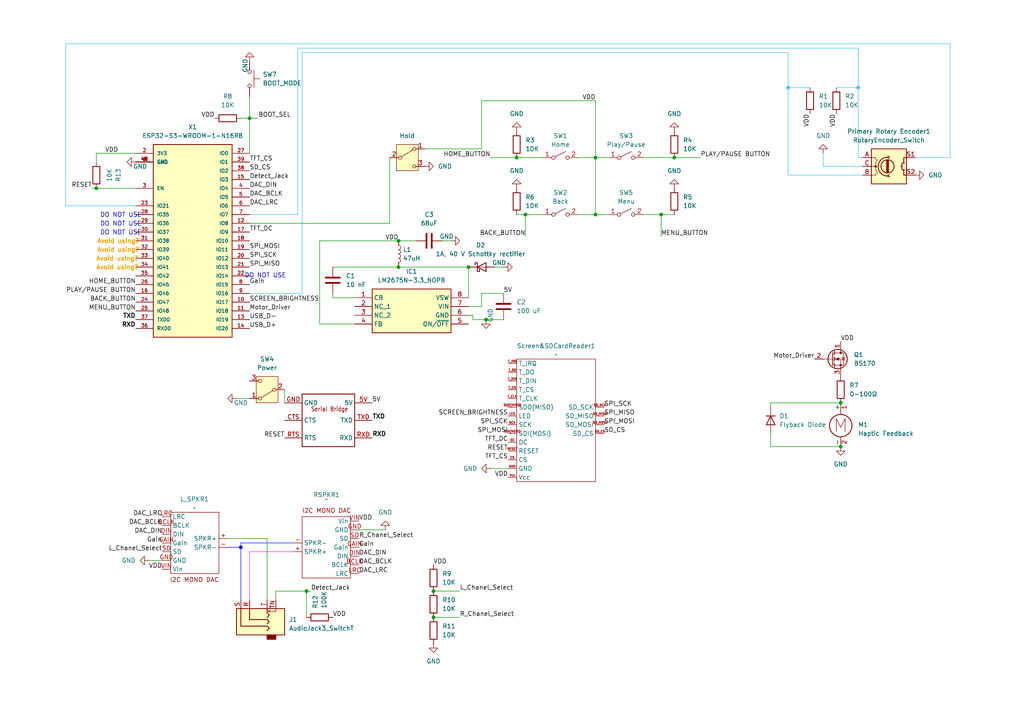
<source format=kicad_sch>
(kicad_sch (version 20231120) (generator "eeschema") (generator_version "8.0")
  (paper "A4")
  (title_block (title "BYU IEEE MP3 Player 2024-2025") (rev "3"))
  (lib_symbols
    (symbol "Connector_Audio:AudioJack3_SwitchT"
      (property "Reference" "J" (at 0 8.89 0))
      (property "Value" "AudioJack3_SwitchT" (at 0 6.35 0))
      (symbol "AudioJack3_SwitchT_0_1"
        (rectangle (start -5.08 -5.08) (end -6.35 -7.62) (stroke (width 0.254)) (fill (type outline)))
        (polyline (pts (xy 1.778 -5.334) (xy 2.032 -5.842)))
        (polyline (pts (xy 0 -5.08) (xy 0.635 -5.715) (xy 1.27 -5.08) (xy 2.54 -5.08)) (stroke (width 0.254)))
        (polyline (pts (xy 2.54 -7.62) (xy 1.778 -7.62) (xy 1.778 -5.334) (xy 1.524 -5.842)))
        (polyline (pts (xy -1.905 -5.08) (xy -1.27 -5.715) (xy -0.635 -5.08) (xy -0.635 0) (xy 2.54 0)) (stroke (width 0.254)))
        (polyline (pts (xy 2.54 2.54) (xy -2.54 2.54) (xy -2.54 -5.08) (xy -3.175 -5.715) (xy -3.81 -5.08)) (stroke (width 0.254)))
        (rectangle (start 2.54 3.81) (end -5.08 -10.16) (stroke (width 0.254)) (fill (type background)))
      )
      (symbol "AudioJack3_SwitchT_1_1"
        (pin passive line (at 5.08 0 180) (length 2.54) (name "~") (number "R"))
        (pin passive line (at 5.08 2.54 180) (length 2.54) (name "~") (number "S"))
        (pin passive line (at 5.08 -5.08 180) (length 2.54) (name "~") (number "T"))
        (pin passive line (at 5.08 -7.62 180) (length 2.54) (name "~") (number "TN"))
      )
    )
    (symbol "Device:C" (pin_numbers hide) (pin_names (offset 0.254))
      (property "Reference" "C" (at 0.635 2.54 0))
      (property "Value" "C" (at 0.635 -2.54 0))
      (symbol "C_0_1"
        (polyline (pts (xy -2.032 -0.762) (xy 2.032 -0.762)) (stroke (width 0.508)))
        (polyline (pts (xy -2.032 0.762) (xy 2.032 0.762)) (stroke (width 0.508)))
      )
      (symbol "C_1_1"
        (pin passive line (at 0 3.81 270) (length 2.794) (name "~") (number "1"))
        (pin passive line (at 0 -3.81 90) (length 2.794) (name "~") (number "2"))
      )
    )
    (symbol "Device:D" (pin_numbers hide) (pin_names (offset 1.016) hide)
      (property "Reference" "D" (at 0 2.54 0))
      (property "Value" "D" (at 0 -2.54 0))
      (symbol "D_0_1"
        (polyline (pts (xy -1.27 1.27) (xy -1.27 -1.27)) (stroke (width 0.254)))
        (polyline (pts (xy 1.27 0) (xy -1.27 0)))
        (polyline (pts (xy 1.27 1.27) (xy 1.27 -1.27) (xy -1.27 0) (xy 1.27 1.27)) (stroke (width 0.254)))
      )
      (symbol "D_1_1"
        (pin passive line (at -3.81 0 0) (length 2.54) (name "K") (number "1"))
        (pin passive line (at 3.81 0 180) (length 2.54) (name "A") (number "2"))
      )
    )
    (symbol "Device:L" (pin_numbers hide) (pin_names (offset 1.016) hide)
      (property "Reference" "L" (at -1.27 0 90))
      (property "Value" "L" (at 1.905 0 90))
      (symbol "L_0_1"
        (arc (start 0 -2.54) (mid 0.6323 -1.905) (end 0 -1.27))
        (arc (start 0 -1.27) (mid 0.6323 -0.635) (end 0 0))
        (arc (start 0 0) (mid 0.6323 0.635) (end 0 1.27))
        (arc (start 0 1.27) (mid 0.6323 1.905) (end 0 2.54))
      )
      (symbol "L_1_1"
        (pin passive line (at 0 3.81 270) (length 1.27) (name "1") (number "1"))
        (pin passive line (at 0 -3.81 90) (length 1.27) (name "2") (number "2"))
      )
    )
    (symbol "Device:R" (pin_numbers hide) (pin_names (offset 0))
      (property "Reference" "R" (at 2.032 0 90))
      (property "Value" "R" (at 0 0 90))
      (symbol "R_0_1"
        (rectangle (start -1.016 -2.54) (end 1.016 2.54) (stroke (width 0.254)))
      )
      (symbol "R_1_1"
        (pin passive line (at 0 3.81 270) (length 1.27) (name "~") (number "1"))
        (pin passive line (at 0 -3.81 90) (length 1.27) (name "~") (number "2"))
      )
    )
    (symbol "Device:RotaryEncoder_Switch" (pin_names (offset 0.254) hide)
      (property "Reference" "SW" (at 0 6.604 0))
      (property "Value" "RotaryEncoder_Switch" (at 0 -6.604 0))
      (symbol "RotaryEncoder_Switch_0_1"
        (rectangle (start -5.08 5.08) (end 5.08 -5.08) (stroke (width 0.254)) (fill (type background)))
        (circle (center -3.81 0) (radius 0.254) (fill (type outline)))
        (circle (center -0.381 0) (radius 1.905) (stroke (width 0.254)))
        (arc (start -0.381 2.667) (mid -3.0988 -0.0635) (end -0.381 -2.794) (stroke (width 0.254)))
        (polyline (pts (xy -0.635 -1.778) (xy -0.635 1.778)) (stroke (width 0.254)))
        (polyline (pts (xy -0.381 -1.778) (xy -0.381 1.778)) (stroke (width 0.254)))
        (polyline (pts (xy -0.127 1.778) (xy -0.127 -1.778)) (stroke (width 0.254)))
        (polyline (pts (xy 3.81 0) (xy 3.429 0)) (stroke (width 0.254)))
        (polyline (pts (xy 3.81 1.016) (xy 3.81 -1.016)) (stroke (width 0.254)))
        (polyline (pts (xy -5.08 -2.54) (xy -3.81 -2.54) (xy -3.81 -2.032)))
        (polyline (pts (xy -5.08 2.54) (xy -3.81 2.54) (xy -3.81 2.032)))
        (polyline (pts (xy 0.254 -3.048) (xy -0.508 -2.794) (xy 0.127 -2.413)) (stroke (width 0.254)))
        (polyline (pts (xy 0.254 2.921) (xy -0.508 2.667) (xy 0.127 2.286)) (stroke (width 0.254)))
        (polyline (pts (xy 5.08 -2.54) (xy 4.318 -2.54) (xy 4.318 -1.016)) (stroke (width 0.254)))
        (polyline (pts (xy 5.08 2.54) (xy 4.318 2.54) (xy 4.318 1.016)) (stroke (width 0.254)))
        (polyline (pts (xy -5.08 0) (xy -3.81 0) (xy -3.81 -1.016) (xy -3.302 -2.032)))
        (polyline (pts (xy -4.318 0) (xy -3.81 0) (xy -3.81 1.016) (xy -3.302 2.032)))
        (circle (center 4.318 -1.016) (radius 0.127) (stroke (width 0.254)))
        (circle (center 4.318 1.016) (radius 0.127) (stroke (width 0.254)))
      )
      (symbol "RotaryEncoder_Switch_1_1"
        (pin passive line (at -7.62 2.54 0) (length 2.54) (name "A") (number "A"))
        (pin passive line (at -7.62 -2.54 0) (length 2.54) (name "B") (number "B"))
        (pin passive line (at -7.62 0 0) (length 2.54) (name "C") (number "C"))
        (pin passive line (at 7.62 2.54 180) (length 2.54) (name "S1") (number "S1"))
        (pin passive line (at 7.62 -2.54 180) (length 2.54) (name "S2") (number "S2"))
      )
    )
    (symbol "Diode:SB120" (pin_numbers hide) (pin_names (offset 1.016) hide)
      (property "Reference" "D" (at 0 2.54 0))
      (property "Value" "SB120" (at 0 -2.54 0))
      (symbol "SB120_0_1"
        (polyline (pts (xy 1.27 0) (xy -1.27 0)))
        (polyline (pts (xy 1.27 1.27) (xy 1.27 -1.27) (xy -1.27 0) (xy 1.27 1.27)) (stroke (width 0.254)))
        (polyline (pts (xy -1.905 0.635) (xy -1.905 1.27) (xy -1.27 1.27) (xy -1.27 -1.27) (xy -0.635 -1.27) (xy -0.635 -0.635)) (stroke (width 0.254)))
      )
      (symbol "SB120_1_1"
        (pin passive line (at -3.81 0 0) (length 2.54) (name "K") (number "1"))
        (pin passive line (at 3.81 0 180) (length 2.54) (name "A") (number "2"))
      )
    )
    (symbol "ESP32-S3-WROOM-1-N16R8:ESP32-S3-WROOM-1-N16R8" (pin_names (offset 1.016))
      (property "Reference" "X" (at -1.27 5.08 0))
      (symbol "ESP32-S3-WROOM-1-N16R8_0_0"
        (rectangle (start 0 -55.88) (end 22.86 0) (stroke (width 0.254)) (fill (type background)))
        (pin bidirectional line (at -5.08 -5.08 0) (length 5.08) (name "GND") (number "1"))
        (pin bidirectional line (at 27.94 -45.72 180) (length 5.08) (name "IO17") (number "10"))
        (pin bidirectional line (at 27.94 -48.26 180) (length 5.08) (name "IO18") (number "11"))
        (pin bidirectional line (at 27.94 -22.86 180) (length 5.08) (name "IO8") (number "12"))
        (pin bidirectional line (at 27.94 -50.8 180) (length 5.08) (name "IO19") (number "13"))
        (pin bidirectional line (at 27.94 -53.34 180) (length 5.08) (name "IO20") (number "14"))
        (pin bidirectional line (at 27.94 -10.16 180) (length 5.08) (name "IO3") (number "15"))
        (pin bidirectional line (at -5.08 -43.18 0) (length 5.08) (name "IO46") (number "16"))
        (pin bidirectional line (at 27.94 -25.4 180) (length 5.08) (name "IO9") (number "17"))
        (pin bidirectional line (at 27.94 -27.94 180) (length 5.08) (name "IO10") (number "18"))
        (pin bidirectional line (at 27.94 -30.48 180) (length 5.08) (name "IO11") (number "19"))
        (pin bidirectional line (at -5.08 -2.54 0) (length 5.08) (name "3V3") (number "2"))
        (pin bidirectional line (at 27.94 -33.02 180) (length 5.08) (name "IO12") (number "20"))
        (pin bidirectional line (at 27.94 -35.56 180) (length 5.08) (name "IO13") (number "21"))
        (pin bidirectional line (at 27.94 -38.1 180) (length 5.08) (name "IO14") (number "22"))
        (pin bidirectional line (at -5.08 -17.78 0) (length 5.08) (name "IO21") (number "23"))
        (pin bidirectional line (at -5.08 -45.72 0) (length 5.08) (name "IO47") (number "24"))
        (pin bidirectional line (at -5.08 -48.26 0) (length 5.08) (name "IO48") (number "25"))
        (pin bidirectional line (at -5.08 -40.64 0) (length 5.08) (name "IO45") (number "26"))
        (pin bidirectional line (at 27.94 -2.54 180) (length 5.08) (name "IO0") (number "27"))
        (pin bidirectional line (at -5.08 -20.32 0) (length 5.08) (name "IO35") (number "28"))
        (pin bidirectional line (at -5.08 -22.86 0) (length 5.08) (name "IO36") (number "29"))
        (pin bidirectional line (at -5.08 -12.7 0) (length 5.08) (name "EN") (number "3"))
        (pin bidirectional line (at -5.08 -25.4 0) (length 5.08) (name "IO37") (number "30"))
        (pin bidirectional line (at -5.08 -27.94 0) (length 5.08) (name "IO38") (number "31"))
        (pin bidirectional line (at -5.08 -30.48 0) (length 5.08) (name "IO39") (number "32"))
        (pin bidirectional line (at -5.08 -33.02 0) (length 5.08) (name "IO40") (number "33"))
        (pin bidirectional line (at -5.08 -35.56 0) (length 5.08) (name "IO41") (number "34"))
        (pin bidirectional line (at -5.08 -38.1 0) (length 5.08) (name "IO42") (number "35"))
        (pin bidirectional line (at -5.08 -53.34 0) (length 5.08) (name "RXD0") (number "36"))
        (pin bidirectional line (at -5.08 -50.8 0) (length 5.08) (name "TXD0") (number "37"))
        (pin bidirectional line (at 27.94 -7.62 180) (length 5.08) (name "IO2") (number "38"))
        (pin bidirectional line (at 27.94 -5.08 180) (length 5.08) (name "IO1") (number "39"))
        (pin bidirectional line (at 27.94 -12.7 180) (length 5.08) (name "IO4") (number "4"))
        (pin bidirectional line (at -5.08 -5.08 0) (length 5.08) (name "GND") (number "40"))
        (pin bidirectional line (at -5.08 -5.08 0) (length 5.08) (name "GND") (number "41"))
        (pin bidirectional line (at -5.08 -5.08 0) (length 5.08) (name "GND") (number "42"))
        (pin bidirectional line (at -5.08 -5.08 0) (length 5.08) (name "GND") (number "43"))
        (pin bidirectional line (at -5.08 -5.08 0) (length 5.08) (name "GND") (number "44"))
        (pin bidirectional line (at -5.08 -5.08 0) (length 5.08) (name "GND") (number "45"))
        (pin bidirectional line (at -5.08 -5.08 0) (length 5.08) (name "GND") (number "46"))
        (pin bidirectional line (at -5.08 -5.08 0) (length 5.08) (name "GND") (number "47"))
        (pin bidirectional line (at -5.08 -5.08 0) (length 5.08) (name "GND") (number "48"))
        (pin bidirectional line (at -5.08 -5.08 0) (length 5.08) (name "GND") (number "49"))
        (pin bidirectional line (at 27.94 -15.24 180) (length 5.08) (name "IO5") (number "5"))
        (pin bidirectional line (at 27.94 -17.78 180) (length 5.08) (name "IO6") (number "6"))
        (pin bidirectional line (at 27.94 -20.32 180) (length 5.08) (name "IO7") (number "7"))
        (pin bidirectional line (at 27.94 -40.64 180) (length 5.08) (name "IO15") (number "8"))
        (pin bidirectional line (at 27.94 -43.18 180) (length 5.08) (name "IO16") (number "9"))
      )
    )
    (symbol "LM2675N-3_3_NOPB:LM2675N-3.3_NOPB"
      (property "Reference" "IC" (at 29.21 7.62 0))
      (property "Value" "LM2675N-3.3_NOPB" (at 29.21 5.08 0))
      (symbol "LM2675N-3.3_NOPB_1_1"
        (rectangle (start 5.08 2.54) (end 27.94 -10.16) (stroke (width 0.254)) (fill (type background)))
        (pin passive line (at 0 0 0) (length 5.08) (name "CB") (number "1"))
        (pin passive line (at 0 -2.54 0) (length 5.08) (name "NC_1") (number "2"))
        (pin passive line (at 0 -5.08 0) (length 5.08) (name "NC_2") (number "3"))
        (pin passive line (at 0 -7.62 0) (length 5.08) (name "FB") (number "4"))
        (pin passive line (at 33.02 -7.62 180) (length 5.08) (name "ON/~{OFF}") (number "5"))
        (pin passive line (at 33.02 -5.08 180) (length 5.08) (name "GND") (number "6"))
        (pin passive line (at 33.02 -2.54 180) (length 5.08) (name "VIN") (number "7"))
        (pin passive line (at 33.02 0 180) (length 5.08) (name "VSW") (number "8"))
      )
    )
    (symbol "MP3_Player_Custom_Parts:2.4'_TFT_SPI_ILI9341_WITH_SD_CARD"
      (property "Reference" "U" (at 10.16 -16.51 90))
      (symbol "2.4'_TFT_SPI_ILI9341_WITH_SD_CARD_0_1"
        (rectangle (start -11.43 -17.78) (end 11.43 17.78))
      )
      (symbol "2.4'_TFT_SPI_ILI9341_WITH_SD_CARD_1_1"
        (pin input line (at -13.97 -11.43 0) (length 2.54) (name "CS") (number "CS"))
        (pin input line (at -13.97 -6.35 0) (length 2.54) (name "DC") (number "DC"))
        (pin power_in line (at -13.97 -13.97 0) (length 2.54) (name "GND") (number "GND"))
        (pin input line (at -13.97 1.27 0) (length 2.54) (name "LED") (number "LED"))
        (pin input line (at -13.97 -8.89 0) (length 2.54) (name "RESET") (number "RESET"))
        (pin input line (at -13.97 -1.27 0) (length 2.54) (name "SCK") (number "SCK"))
        (pin input line (at -13.97 -3.81 0) (length 2.54) (name "SDI(MOSI)") (number "SDI(MOSI)"))
        (pin output line (at -13.97 3.81 0) (length 2.54) (name "SDO(MISO)") (number "SDO(MISO)"))
        (pin input line (at 13.97 -3.81 180) (length 2.54) (name "SD_CS") (number "SD_CS"))
        (pin output line (at 13.97 1.27 180) (length 2.54) (name "SD_MISO") (number "SD_MISO"))
        (pin input line (at 13.97 -1.27 180) (length 2.54) (name "SD_MOSI") (number "SD_MOSI"))
        (pin input line (at 13.97 3.81 180) (length 2.54) (name "SD_SCK") (number "SD_SCK"))
        (pin input line (at -13.97 6.35 0) (length 2.54) (name "T_CLK") (number "T_CLK"))
        (pin input line (at -13.97 8.89 0) (length 2.54) (name "T_CS") (number "T_CS"))
        (pin input line (at -13.97 11.43 0) (length 2.54) (name "T_DIN") (number "T_DIN"))
        (pin output line (at -13.97 13.97 0) (length 2.54) (name "T_DO") (number "T_DO"))
        (pin input line (at -13.97 16.51 0) (length 2.54) (name "T_IRQ") (number "T_IRQ"))
        (pin power_in line (at -13.97 -16.51 0) (length 2.54) (name "Vcc") (number "Vcc"))
      )
    )
    (symbol "MP3_Player_Custom_Parts:Adafruit_MAX98357"
      (property "Reference" "U" (at 0.254 10.16 0))
      (symbol "Adafruit_MAX98357_0_1"
        (rectangle (start -6.35 8.89) (end 7.62 -8.89))
      )
      (symbol "Adafruit_MAX98357_1_1"
        (text "I2C MONO DAC\n" (at 0.508 -10.668 0) (effects (font (size 1.27 1.27))))
        (pin output line (at 10.16 1.27 180) (length 2.54) (name "SPKR+") (number "+"))
        (pin output line (at 10.16 -1.27 180) (length 2.54) (name "SPKR-") (number "-"))
        (pin input line (at -8.89 5.08 0) (length 2.54) (name "BCLK") (number "BCLK"))
        (pin input line (at -8.89 2.54 0) (length 2.54) (name "DIN") (number "DIN"))
        (pin input line (at -8.89 0 0) (length 2.54) (name "Gain") (number "GAIN"))
        (pin power_in line (at -8.89 -5.08 0) (length 2.54) (name "GND") (number "GND"))
        (pin input line (at -8.89 7.62 0) (length 2.54) (name "LRC") (number "LRC"))
        (pin input line (at -8.89 -2.54 0) (length 2.54) (name "SD") (number "SD"))
        (pin power_in line (at -8.89 -7.62 0) (length 2.54) (name "Vin") (number "VIN"))
      )
    )
    (symbol "MP3_Player_Custom_Parts:UART_FTDI"
      (symbol "UART_FTDI_1_0"
        (polyline (pts (xy -7.62 -7.62) (xy 7.62 -7.62)) (stroke (width 0.254)))
        (polyline (pts (xy -7.62 7.62) (xy -7.62 -7.62)) (stroke (width 0.254)))
        (polyline (pts (xy 7.62 -7.62) (xy 7.62 7.62)) (stroke (width 0.254)))
        (polyline (pts (xy 7.62 7.62) (xy -7.62 7.62)) (stroke (width 0.254)))
        (text "Serial Bridge" (at -5.08 2.54 0) (effects (font (size 1.27 1.0795)) (justify left bottom)))
        (pin power_in line (at 12.7 5.08 180) (length 5.08) (name "5V") (number "5V"))
        (pin bidirectional line (at -12.7 0 0) (length 5.08) (name "CTS") (number "CTS"))
        (pin power_in line (at -12.7 5.08 0) (length 5.08) (name "GND") (number "GND"))
        (pin bidirectional line (at -12.7 -5.08 0) (length 5.08) (name "RTS") (number "RTS"))
        (pin bidirectional line (at 12.7 -5.08 180) (length 5.08) (name "RXD") (number "RXD"))
        (pin bidirectional line (at 12.7 0 180) (length 5.08) (name "TXD") (number "TXD"))
      )
    )
    (symbol "Motor:Motor_DC" (pin_names (offset 0))
      (property "Reference" "M" (at 2.54 2.54 0))
      (property "Value" "Motor_DC" (at 2.54 -5.08 0))
      (symbol "Motor_DC_0_0"
        (polyline (pts (xy -1.27 -3.302) (xy -1.27 0.508) (xy 0 -2.032) (xy 1.27 0.508) (xy 1.27 -3.302)))
      )
      (symbol "Motor_DC_0_1"
        (circle (center 0 -1.524) (radius 3.2512) (stroke (width 0.254)))
        (polyline (pts (xy 0 -7.62) (xy 0 -7.112)))
        (polyline (pts (xy 0 -4.7752) (xy 0 -5.1816)))
        (polyline (pts (xy 0 1.7272) (xy 0 2.0828)))
        (polyline (pts (xy 0 2.032) (xy 0 2.54)))
      )
      (symbol "Motor_DC_1_1"
        (pin passive line (at 0 5.08 270) (length 2.54) (name "+") (number "1"))
        (pin passive line (at 0 -7.62 90) (length 2.54) (name "-") (number "2"))
      )
    )
    (symbol "Switch:SW_Push" (pin_numbers hide) (pin_names (offset 1.016) hide)
      (property "Reference" "SW" (at 1.27 2.54 0))
      (property "Value" "SW_Push" (at 0 -1.524 0))
      (symbol "SW_Push_0_1"
        (circle (center -2.032 0) (radius 0.508))
        (polyline (pts (xy 0 1.27) (xy 0 3.048)))
        (polyline (pts (xy 2.54 1.27) (xy -2.54 1.27)))
        (circle (center 2.032 0) (radius 0.508))
        (pin passive line (at -5.08 0 0) (length 2.54) (name "1") (number "1"))
        (pin passive line (at 5.08 0 180) (length 2.54) (name "2") (number "2"))
      )
    )
    (symbol "Switch:SW_SPDT" (pin_names (offset 0) hide)
      (property "Reference" "SW" (at 0 5.08 0))
      (property "Value" "SW_SPDT" (at 0 -5.08 0))
      (symbol "SW_SPDT_0_1"
        (circle (center -2.032 0) (radius 0.4572))
        (polyline (pts (xy -1.651 0.254) (xy 1.651 2.286)))
        (circle (center 2.032 -2.54) (radius 0.4572))
        (circle (center 2.032 2.54) (radius 0.4572))
      )
      (symbol "SW_SPDT_1_1"
        (rectangle (start -3.175 3.81) (end 3.175 -3.81) (fill (type background)))
        (pin passive line (at 5.08 2.54 180) (length 2.54) (name "A") (number "1"))
        (pin passive line (at -5.08 0 0) (length 2.54) (name "B") (number "2"))
        (pin passive line (at 5.08 -2.54 180) (length 2.54) (name "C") (number "3"))
      )
    )
    (symbol "Switch:SW_SPST" (pin_names (offset 0) hide)
      (property "Reference" "SW" (at 0 3.175 0))
      (property "Value" "SW_SPST" (at 0 -2.54 0))
      (symbol "SW_SPST_0_0"
        (circle (center -2.032 0) (radius 0.508))
        (polyline (pts (xy -1.524 0.254) (xy 1.524 1.778)))
        (circle (center 2.032 0) (radius 0.508))
      )
      (symbol "SW_SPST_1_1"
        (pin passive line (at -5.08 0 0) (length 2.54) (name "A") (number "1"))
        (pin passive line (at 5.08 0 180) (length 2.54) (name "B") (number "2"))
      )
    )
    (symbol "Transistor_FET:BS170" (pin_names hide)
      (property "Reference" "Q" (at 5.08 1.905 0))
      (property "Value" "BS170" (at 5.08 0 0))
      (symbol "BS170_0_1"
        (polyline (pts (xy 0.254 0) (xy -2.54 0)))
        (polyline (pts (xy 0.254 1.905) (xy 0.254 -1.905)) (stroke (width 0.254)))
        (polyline (pts (xy 0.762 -1.27) (xy 0.762 -2.286)) (stroke (width 0.254)))
        (polyline (pts (xy 0.762 0.508) (xy 0.762 -0.508)) (stroke (width 0.254)))
        (polyline (pts (xy 0.762 2.286) (xy 0.762 1.27)) (stroke (width 0.254)))
        (polyline (pts (xy 2.54 2.54) (xy 2.54 1.778)))
        (polyline (pts (xy 2.54 -2.54) (xy 2.54 0) (xy 0.762 0)))
        (polyline (pts (xy 0.762 -1.778) (xy 3.302 -1.778) (xy 3.302 1.778) (xy 0.762 1.778)))
        (polyline (pts (xy 1.016 0) (xy 2.032 0.381) (xy 2.032 -0.381) (xy 1.016 0)) (fill (type outline)))
        (polyline (pts (xy 2.794 0.508) (xy 2.921 0.381) (xy 3.683 0.381) (xy 3.81 0.254)))
        (polyline (pts (xy 3.302 0.381) (xy 2.921 -0.254) (xy 3.683 -0.254) (xy 3.302 0.381)))
        (circle (center 1.651 0) (radius 2.794) (stroke (width 0.254)))
        (circle (center 2.54 -1.778) (radius 0.254) (fill (type outline)))
        (circle (center 2.54 1.778) (radius 0.254) (fill (type outline)))
      )
      (symbol "BS170_1_1"
        (pin passive line (at 2.54 5.08 270) (length 2.54) (name "D") (number "1"))
        (pin input line (at -5.08 0 0) (length 2.54) (name "G") (number "2"))
        (pin passive line (at 2.54 -5.08 90) (length 2.54) (name "S") (number "3"))
      )
    )
    (symbol "power:GND" (power) (pin_numbers hide) (pin_names (offset 0) hide)
      (property "Value" "GND" (at 0 -3.81 0))
      (symbol "GND_0_1"
        (polyline (pts (xy 0 0) (xy 0 -1.27) (xy 1.27 -1.27) (xy 0 -2.54) (xy -1.27 -1.27) (xy 0 -1.27)))
      )
      (symbol "GND_1_1"
        (pin power_in line (at 0 0 270) (length 0) (name "~") (number "1"))
      )
    )
  )
  (junction (at 69.85 158.75) (color 1 13 255 1))
  (junction (at 243.84 129.54))
  (junction (at 243.84 116.84))
  (junction (at 125.73 179.07))
  (junction (at 248.92 25.4) (color 57 191 251 1))
  (junction (at 27.94 54.61))
  (junction (at 172.72 62.23))
  (junction (at 72.39 34.29))
  (junction (at 115.57 69.85))
  (junction (at 152.4 62.23))
  (junction (at 191.77 62.23))
  (junction (at 149.86 45.72))
  (junction (at 228.6 25.4) (color 57 191 251 1))
  (junction (at 125.73 171.45))
  (junction (at 140.97 92.71))
  (junction (at 135.89 77.47))
  (junction (at 88.9 171.45))
  (junction (at 195.58 45.72))
  (junction (at 172.72 45.72))
  (junction (at 115.57 77.47))
  (wire (pts (xy 72.39 64.77) (xy 113.03 64.77)))
  (wire (pts (xy 137.16 91.44) (xy 135.89 91.44)))
  (wire (pts (xy 19.05 12.7) (xy 19.05 59.69)) (stroke (width 0) (color 57 191 251 1)))
  (wire (pts (xy 88.9 171.45) (xy 90.17 171.45)))
  (wire (pts (xy 115.57 69.85) (xy 120.65 69.85)))
  (wire (pts (xy 102.87 86.36) (xy 96.52 86.36)))
  (wire (pts (xy 125.73 171.45) (xy 133.35 171.45)))
  (wire (pts (xy 139.7 88.9) (xy 135.89 88.9)))
  (wire (pts (xy 152.4 62.23) (xy 152.4 68.58)))
  (wire (pts (xy 27.94 54.61) (xy 39.37 54.61)))
  (wire (pts (xy 85.09 157.48) (xy 69.85 157.48)) (stroke (width 0) (color 1 13 255 1)))
  (wire (pts (xy 195.58 45.72) (xy 186.69 45.72)))
  (wire (pts (xy 146.05 92.71) (xy 140.97 92.71)))
  (wire (pts (xy 69.85 34.29) (xy 72.39 34.29)))
  (wire (pts (xy 87.63 85.09) (xy 72.39 85.09)) (stroke (width 0) (color 57 191 251 1)))
  (wire (pts (xy 191.77 62.23) (xy 191.77 68.58)))
  (wire (pts (xy 135.89 77.47) (xy 135.89 86.36)))
  (wire (pts (xy 139.7 43.18) (xy 139.7 29.21)))
  (wire (pts (xy 130.81 69.85) (xy 128.27 69.85)))
  (wire (pts (xy 19.05 12.7) (xy 275.59 12.7)) (stroke (width 0) (color 57 191 251 1)))
  (wire (pts (xy 142.24 45.72) (xy 149.86 45.72)))
  (wire (pts (xy 69.85 158.75) (xy 69.85 173.99)) (stroke (width 0) (color 1 13 255 1)))
  (wire (pts (xy 96.52 77.47) (xy 115.57 77.47)))
  (wire (pts (xy 96.52 86.36) (xy 96.52 85.09)))
  (wire (pts (xy 238.76 48.26) (xy 250.19 48.26)) (stroke (width 0) (color 57 191 251 1)))
  (wire (pts (xy 191.77 62.23) (xy 195.58 62.23)))
  (wire (pts (xy 140.97 92.71) (xy 137.16 92.71)))
  (wire (pts (xy 203.2 45.72) (xy 195.58 45.72)))
  (wire (pts (xy 228.6 25.4) (xy 228.6 15.24)) (stroke (width 0) (color 57 191 251 1)))
  (wire (pts (xy 228.6 25.4) (xy 234.95 25.4)) (stroke (width 0) (color 57 191 251 1)))
  (wire (pts (xy 43.18 162.56) (xy 46.99 162.56)))
  (wire (pts (xy 172.72 62.23) (xy 167.64 62.23)))
  (wire (pts (xy 133.35 179.07) (xy 125.73 179.07)))
  (wire (pts (xy 223.52 118.11) (xy 223.52 116.84)))
  (wire (pts (xy 74.93 34.29) (xy 72.39 34.29)))
  (wire (pts (xy 139.7 29.21) (xy 172.72 29.21)))
  (wire (pts (xy 86.36 62.23) (xy 72.39 62.23)) (stroke (width 0) (color 57 191 251 1)))
  (wire (pts (xy 146.05 85.09) (xy 139.7 85.09)))
  (wire (pts (xy 172.72 62.23) (xy 176.53 62.23)))
  (wire (pts (xy 19.05 59.69) (xy 39.37 59.69)) (stroke (width 0) (color 57 191 251 1)))
  (wire (pts (xy 72.39 160.02) (xy 72.39 173.99)) (stroke (width 0) (color 255 29 254 1)))
  (wire (pts (xy 152.4 62.23) (xy 157.48 62.23)))
  (wire (pts (xy 275.59 12.7) (xy 275.59 45.72)) (stroke (width 0) (color 57 191 251 1)))
  (wire (pts (xy 80.01 171.45) (xy 88.9 171.45)))
  (wire (pts (xy 82.55 113.03) (xy 82.55 116.84)))
  (wire (pts (xy 87.63 15.24) (xy 228.6 15.24)) (stroke (width 0) (color 57 191 251 1)))
  (wire (pts (xy 72.39 34.29) (xy 72.39 44.45)))
  (wire (pts (xy 27.94 44.45) (xy 39.37 44.45)))
  (wire (pts (xy 228.6 50.8) (xy 250.19 50.8)) (stroke (width 0) (color 57 191 251 1)))
  (wire (pts (xy 238.76 44.45) (xy 238.76 48.26)) (stroke (width 0) (color 57 191 251 1)))
  (wire (pts (xy 85.09 160.02) (xy 72.39 160.02)) (stroke (width 0) (color 255 29 254 1)))
  (wire (pts (xy 113.03 64.77) (xy 113.03 45.72)))
  (wire (pts (xy 77.47 156.21) (xy 77.47 173.99)))
  (wire (pts (xy 223.52 116.84) (xy 243.84 116.84)))
  (wire (pts (xy 66.04 156.21) (xy 77.47 156.21)))
  (wire (pts (xy 223.52 125.73) (xy 223.52 129.54)))
  (wire (pts (xy 123.19 43.18) (xy 139.7 43.18)))
  (wire (pts (xy 102.87 93.98) (xy 92.71 93.98)))
  (wire (pts (xy 92.71 69.85) (xy 92.71 93.98)))
  (wire (pts (xy 86.36 13.97) (xy 248.92 13.97)) (stroke (width 0) (color 57 191 251 1)))
  (wire (pts (xy 172.72 45.72) (xy 176.53 45.72)))
  (wire (pts (xy 149.86 62.23) (xy 152.4 62.23)))
  (wire (pts (xy 167.64 45.72) (xy 172.72 45.72)))
  (wire (pts (xy 26.67 54.61) (xy 27.94 54.61)))
  (wire (pts (xy 68.58 115.57) (xy 72.39 115.57)))
  (wire (pts (xy 137.16 92.71) (xy 137.16 91.44)))
  (wire (pts (xy 248.92 13.97) (xy 248.92 25.4)) (stroke (width 0) (color 57 191 251 1)))
  (wire (pts (xy 172.72 45.72) (xy 172.72 62.23)))
  (wire (pts (xy 72.39 27.94) (xy 72.39 34.29)))
  (wire (pts (xy 172.72 29.21) (xy 172.72 45.72)))
  (wire (pts (xy 27.94 44.45) (xy 27.94 46.99)))
  (wire (pts (xy 275.59 45.72) (xy 265.43 45.72)) (stroke (width 0) (color 57 191 251 1)))
  (wire (pts (xy 111.76 153.67) (xy 104.14 153.67)))
  (wire (pts (xy 250.19 45.72) (xy 248.92 45.72)) (stroke (width 0) (color 57 191 251 1)))
  (wire (pts (xy 248.92 25.4) (xy 248.92 45.72)) (stroke (width 0) (color 57 191 251 1)))
  (wire (pts (xy 88.9 179.07) (xy 88.9 171.45)))
  (wire (pts (xy 80.01 171.45) (xy 80.01 173.99)))
  (wire (pts (xy 223.52 129.54) (xy 243.84 129.54)))
  (wire (pts (xy 86.36 13.97) (xy 86.36 62.23)) (stroke (width 0) (color 57 191 251 1)))
  (wire (pts (xy 157.48 45.72) (xy 149.86 45.72)))
  (wire (pts (xy 142.24 135.89) (xy 147.32 135.89)))
  (wire (pts (xy 139.7 85.09) (xy 139.7 88.9)))
  (wire (pts (xy 87.63 15.24) (xy 87.63 85.09)) (stroke (width 0) (color 57 191 251 1)))
  (wire (pts (xy 186.69 62.23) (xy 191.77 62.23)))
  (wire (pts (xy 115.57 77.47) (xy 135.89 77.47)))
  (wire (pts (xy 242.57 25.4) (xy 248.92 25.4)) (stroke (width 0) (color 57 191 251 1)))
  (wire (pts (xy 143.51 77.47) (xy 146.05 77.47)))
  (wire (pts (xy 66.04 158.75) (xy 69.85 158.75)) (stroke (width 0) (color 1 13 255 1)))
  (wire (pts (xy 69.85 157.48) (xy 69.85 158.75)) (stroke (width 0) (color 1 13 255 1)))
  (wire (pts (xy 228.6 50.8) (xy 228.6 25.4)) (stroke (width 0) (color 57 191 251 1)))
  (wire (pts (xy 92.71 69.85) (xy 115.57 69.85)))
  (text "Avoid using?" (at 34.036 77.724 0) (effects (font (size 1.27 1.27) (thickness 0.254) (bold yes))))
  (text "Avoid using?" (at 34.29 72.644 0) (effects (font (size 1.27 1.27) (thickness 0.254) (bold yes))))
  (text "Avoid using?" (at 34.29 70.104 0) (effects (font (size 1.27 1.27) (thickness 0.254) (bold yes))))
  (text "DO NOT USE" (at 35.052 67.564 0) (effects (font (size 1.27 1.27))))
  (text "DO NOT USE" (at 76.962 80.01 0) (effects (font (size 1.27 1.27))))
  (text "DO NOT USE" (at 35.052 62.484 0) (effects (font (size 1.27 1.27))))
  (text "Avoid using?" (at 34.036 75.184 0) (effects (font (size 1.27 1.27) (thickness 0.254) (bold yes))))
  (text "DO NOT USE" (at 35.052 65.024 0) (effects (font (size 1.27 1.27))))
  (label "Gain" (at 104.14 158.75 0))
  (label "BACK_BUTTON" (at 152.4 68.58 180))
  (label "SPI_MISO" (at 175.26 120.65 0))
  (label "RESET" (at 82.55 127 180))
  (label "SPI_MISO" (at 72.39 77.47 0))
  (label "Motor_Driver" (at 236.22 104.14 180))
  (label "L_Chanel_Select" (at 46.99 160.02 180))
  (label "PLAY{slash}PAUSE BUTTON" (at 39.37 85.09 180))
  (label "TXD" (at 39.37 92.71 180) (effects (font (thickness 0.254) (bold yes))))
  (label "RXD" (at 39.37 95.25 180) (effects (font (thickness 0.254) (bold yes))))
  (label "SPI_MOSI" (at 147.32 125.73 180))
  (label "VDD" (at 46.99 165.1 180))
  (label "DAC_DIN" (at 46.99 154.94 180))
  (label "SPI_MOSI" (at 72.39 72.39 0))
  (label "HOME_BUTTON" (at 142.24 45.72 180))
  (label "DAC_BCLK" (at 46.99 152.4 180))
  (label "Gain" (at 46.99 157.48 180))
  (label "SD_CS" (at 72.39 49.53 0))
  (label "R_Chanel_Select" (at 104.14 156.21 0))
  (label "VDD" (at 125.73 163.83 0))
  (label "HOME_BUTTON" (at 39.37 82.55 180))
  (label "VDD" (at 96.52 179.07 0))
  (label "5V" (at 146.05 85.09 0))
  (label "DAC_LRC" (at 72.39 59.69 0))
  (label "RESET" (at 26.67 54.61 180))
  (label "SPI_MOSI" (at 175.26 123.19 0))
  (label "VDD" (at 62.23 34.29 180))
  (label "Gain" (at 72.39 82.55 0))
  (label "SCREEN_BRIGHTNESS" (at 72.39 87.63 0))
  (label "TXD" (at 107.95 121.92 0) (effects (font (thickness 0.254) (bold yes))))
  (label "BACK_BUTTON" (at 39.37 87.63 180))
  (label "L_Chanel_Select" (at 133.35 171.45 0))
  (label "VDD" (at 242.57 33.02 270))
  (label "VDD" (at 34.29 44.45 180))
  (label "DAC_BCLK" (at 104.14 163.83 0))
  (label "5V" (at 107.95 116.84 0))
  (label "DAC_DIN" (at 104.14 161.29 0))
  (label "USB_D+" (at 72.39 95.25 0))
  (label "TFT_CS" (at 72.39 46.99 0))
  (label "VDD" (at 243.84 99.06 0))
  (label "TFT_DC" (at 147.32 128.27 180))
  (label "BOOT_SEL" (at 74.93 34.29 0))
  (label "TFT_CS" (at 147.32 133.35 180))
  (label "DAC_DIN" (at 72.39 54.61 0))
  (label "SD_CS" (at 175.26 125.73 0))
  (label "PLAY{slash}PAUSE BUTTON" (at 203.2 45.72 0))
  (label "DAC_LRC" (at 46.99 149.86 180))
  (label "DAC_BCLK" (at 72.39 57.15 0))
  (label "USB_D-" (at 72.39 92.71 0))
  (label "DAC_LRC" (at 104.14 166.37 0))
  (label "SPI_SCK" (at 175.26 118.11 0))
  (label "SCREEN_BRIGHTNESS" (at 147.32 120.65 180))
  (label "SPI_SCK" (at 147.32 123.19 180))
  (label "VDD" (at 147.32 138.43 180))
  (label "Detect_Jack" (at 72.39 52.07 0))
  (label "RESET" (at 147.32 130.81 180))
  (label "VDD" (at 115.57 69.85 180))
  (label "VDD" (at 104.14 151.13 0))
  (label "MENU_BUTTON" (at 191.77 68.58 0))
  (label "SPI_SCK" (at 72.39 74.93 0))
  (label "TFT_DC" (at 72.39 67.31 0))
  (label "VDD" (at 234.95 33.02 270))
  (label "Motor_Driver" (at 72.39 90.17 0))
  (label "RXD" (at 107.95 127 0) (effects (font (thickness 0.254) (bold yes))))
  (label "R_Chanel_Select" (at 133.35 179.07 0))
  (label "Detect_Jack" (at 90.17 171.45 0))
  (label "MENU_BUTTON" (at 39.37 90.17 180))
  (label "VDD" (at 172.72 29.21 180))
  (symbol (lib_id "power:GND") (at 123.19 48.26 90) (unit 1)
    (property "Reference" "#PWR018" (effects (hide yes)))
    (property "Value" "GND" (at 127 48.2599 90) (effects (justify right)))
    (property "Description" "Power symbol creates a global label with name \"GND\" , ground" (effects (hide yes)))
  )
  (symbol (lib_id "power:GND") (at 238.76 44.45 180) (unit 1)
    (property "Reference" "#PWR01" (effects (hide yes)))
    (property "Value" "GND" (at 238.76 39.37 0))
    (property "Description" "Power symbol creates a global label with name \"GND\" , ground" (effects (hide yes)))
  )
  (symbol (lib_id "Device:R") (at 242.57 29.21 0) (unit 1)
    (property "Reference" "R2" (at 245.11 27.9399 0) (effects (justify left)))
    (property "Value" "10K" (at 245.11 30.4799 0) (effects (justify left)))
    (property "Footprint" "Resistor_THT:R_Axial_DIN0204_L3.6mm_D1.6mm_P7.62mm_Horizontal" (effects (hide yes)))
    (property "Description" "Resistor" (effects (hide yes)))
  )
  (symbol (lib_id "Diode:SB120") (at 139.7 77.47 0) (unit 1)
    (property "Reference" "D2" (at 139.3825 71.12 0))
    (property "Value" "1A, 40 V Schottky rectifier" (at 139.3825 73.66 0))
    (property "Footprint" "Diode_SMD:D_SOD-323_HandSoldering" (effects (hide yes)))
    (property "Datasheet" "http://www.diodes.com/_files/datasheets/ds23022.pdf" (effects (hide yes)))
    (property "Description" "20V 1A Schottky Barrier Rectifier Diode, DO-41" (effects (hide yes)))
  )
  (symbol (lib_id "Device:R") (at 125.73 167.64 0) (unit 1)
    (property "Reference" "R9" (at 128.27 166.3699 0) (effects (justify left)))
    (property "Value" "10K" (at 128.27 168.9099 0) (effects (justify left)))
    (property "Footprint" "Resistor_THT:R_Axial_DIN0204_L3.6mm_D1.6mm_P7.62mm_Horizontal" (effects (hide yes)))
    (property "Description" "Resistor" (effects (hide yes)))
  )
  (symbol (lib_id "Device:C") (at 96.52 81.28 0) (unit 1)
    (property "Reference" "C1" (at 100.33 80.0099 0) (effects (justify left)))
    (property "Value" "10 nF" (at 100.33 82.5499 0) (effects (justify left)))
    (property "Footprint" "Capacitor_SMD:C_2220_5750Metric" (effects (hide yes)))
    (property "Description" "Unpolarized capacitor" (effects (hide yes)))
  )
  (symbol (lib_id "Device:R") (at 195.58 41.91 0) (unit 1)
    (property "Reference" "R4" (at 198.12 40.6399 0) (effects (justify left)))
    (property "Value" "10K" (at 198.12 43.1799 0) (effects (justify left)))
    (property "Footprint" "Resistor_THT:R_Axial_DIN0204_L3.6mm_D1.6mm_P7.62mm_Horizontal" (effects (hide yes)))
    (property "Description" "Resistor" (effects (hide yes)))
  )
  (symbol (lib_id "Transistor_FET:BS170") (at 241.3 104.14 0) (unit 1)
    (property "Reference" "Q1" (at 247.65 102.8699 0) (effects (justify left)))
    (property "Value" "BS170" (at 247.65 105.4099 0) (effects (justify left)))
    (property "Footprint" "Package_TO_SOT_THT:TO-92_Inline" (effects (hide yes)))
    (property "Datasheet" "https://www.onsemi.com/pub/Collateral/BS170-D.PDF" (effects (hide yes)))
    (property "Description" "0.5A Id, 60V Vds, N-Channel MOSFET, TO-92" (effects (hide yes)))
  )
  (symbol (lib_id "ESP32-S3-WROOM-1-N16R8:ESP32-S3-WROOM-1-N16R8") (at 44.45 41.91 0) (unit 1)
    (property "Reference" "X1" (at 55.88 36.83 0))
    (property "Value" "ESP32-S3-WROOM-1-N16R8" (at 55.88 39.37 0))
    (property "Footprint" "MP3_Player_Custom_Footprints:ESP32S3WROOM1N8R2" (effects (hide yes)))
    (property "MF" "Espressif Systems" (effects (hide yes)))
    (property "DESCRIPTION" "SMD MODULE, ESP32-S3R8 WITH 3.3V" (effects (hide yes)))
    (property "Package" "NON STANDARD Espressif Systems" (effects (hide yes)))
    (property "SUPPLIER_PART_NUMBER" "1965-ESP32-S3-WROOM-1-N16R8CT-ND" (effects (hide yes)))
    (property "Price" "None" (effects (hide yes)))
    (property "Check_prices" "https://www.snapeda.com/parts/ESP32-S3-WROOM-1-N16R8/Espressif+Systems/view-part/?ref=eda" (effects (hide yes)))
    (property "VALUE" "ESP32-S3-WROOM-1-N16R8" (effects (hide yes)))
    (property "SUPPLIER" "Digikey" (effects (hide yes)))
    (property "SnapEDA_Link" "https://www.snapeda.com/parts/ESP32-S3-WROOM-1-N16R8/Espressif+Systems/view-part/?ref=snap" (effects (hide yes)))
    (property "MP" "ESP32-S3-WROOM-1-N16R8" (effects (hide yes)))
    (property "FOOTPRINT" "SMD" (effects (hide yes)))
    (property "Description_1" "\n                        \n                            Bluetooth, WiFi 802.11b/g/n, Bluetooth v5.0 Transceiver Module 2.4GHz PCB Trace Surface Mount\n                        \n" (effects (hide yes)))
    (property "Availability" "In Stock" (effects (hide yes)))
    (property "MANUFACTURER_PART_NUMBER" "ESP32-S3-WROOM-1-N16R8" (effects (hide yes)))
  )
  (symbol (lib_id "Switch:SW_Push") (at 72.39 22.86 270) (unit 1)
    (property "Reference" "SW7" (at 76.2 21.5899 90) (effects (justify left)))
    (property "Value" "BOOT_MODE" (at 76.2 24.1299 90) (effects (justify left)))
    (property "Footprint" "Button_Switch_THT:SW_PUSH_6mm" (effects (hide yes)))
    (property "Description" "Push button switch, generic, two pins" (effects (hide yes)))
  )
  (symbol (lib_id "power:GND") (at 130.81 69.85 90) (unit 1)
    (property "Reference" "#PWR016" (effects (hide yes)))
    (property "Value" "GND" (at 129.54 68.58 90))
    (property "Description" "Power symbol creates a global label with name \"GND\" , ground" (effects (hide yes)))
  )
  (symbol (lib_id "MP3_Player_Custom_Parts:UART_FTDI") (at 95.25 121.92 0) (unit 1)
    (property "Reference" "1" (effects (hide yes)))
    (property "Footprint" "MP3_Player_Custom_Footprints:UART_FTDI" (effects (hide yes)))
  )
  (symbol (lib_id "Motor:Motor_DC") (at 243.84 121.92 0) (unit 1)
    (property "Reference" "M1" (at 248.92 123.1899 0) (effects (justify left)))
    (property "Value" "Haptic Feedback" (at 248.92 125.7299 0) (effects (justify left)))
    (property "Footprint" "TerminalBlock_RND:TerminalBlock_RND_205-00001_1x02_P5.00mm_Horizontal" (effects (hide yes)))
    (property "Description" "DC Motor" (effects (hide yes)))
  )
  (symbol (lib_id "power:GND") (at 43.18 162.56 270) (unit 1)
    (property "Reference" "#PWR010" (effects (hide yes)))
    (property "Value" "GND" (at 39.37 162.5599 90) (effects (justify right)))
    (property "Description" "Power symbol creates a global label with name \"GND\" , ground" (effects (hide yes)))
  )
  (symbol (lib_id "power:GND") (at 146.05 77.47 90) (unit 1)
    (property "Reference" "#PWR015" (effects (hide yes)))
    (property "Value" "GND" (at 144.78 76.2 90))
    (property "Description" "Power symbol creates a global label with name \"GND\" , ground" (effects (hide yes)))
  )
  (symbol (lib_id "power:GND") (at 140.97 92.71 0) (unit 1)
    (property "Reference" "#PWR07" (effects (hide yes)))
    (property "Value" "GND" (at 142.24 91.44 90))
    (property "Description" "Power symbol creates a global label with name \"GND\" , ground" (effects (hide yes)))
  )
  (symbol (lib_id "power:GND") (at 149.86 54.61 180) (unit 1)
    (property "Reference" "#PWR05" (effects (hide yes)))
    (property "Value" "GND" (at 149.86 49.53 0))
    (property "Description" "Power symbol creates a global label with name \"GND\" , ground" (effects (hide yes)))
  )
  (symbol (lib_id "MP3_Player_Custom_Parts:Adafruit_MAX98357") (at 55.88 157.48 0) (unit 1)
    (property "Reference" "L_SPKR1" (at 56.388 144.78 0))
    (property "Value" "~" (at 56.388 147.32 0))
    (property "Footprint" "MP3_Player_Custom_Footprints:MAX98357 I2C Audio Driver" (effects (hide yes)))
  )
  (symbol (lib_id "MP3_Player_Custom_Parts:2.4'_TFT_SPI_ILI9341_WITH_SD_CARD") (at 161.29 121.92 0) (unit 1)
    (property "Reference" "Screen&SDCardReader1" (at 161.29 100.33 0))
    (property "Value" "~" (at 161.29 102.87 0))
    (property "Footprint" "MP3_Player_Custom_Footprints:2.4'_TFT_SPI_ILI9341_WITH_SD_CARD" (effects (hide yes)))
  )
  (symbol (lib_id "Switch:SW_SPST") (at 162.56 45.72 0) (unit 1)
    (property "Reference" "SW1" (at 162.56 39.37 0))
    (property "Value" "Home" (at 162.56 41.91 0))
    (property "Footprint" "keyswitches:Kailh_socket_PG1350" (effects (hide yes)))
    (property "Description" "Single Pole Single Throw (SPST) switch" (effects (hide yes)))
  )
  (symbol (lib_id "power:GND") (at 111.76 153.67 180) (unit 1)
    (property "Reference" "#PWR012" (effects (hide yes)))
    (property "Value" "GND" (at 111.76 148.59 0))
    (property "Description" "Power symbol creates a global label with name \"GND\" , ground" (effects (hide yes)))
  )
  (symbol (lib_id "Device:D") (at 223.52 121.92 270) (unit 1)
    (property "Reference" "D1" (at 226.06 120.6499 90) (effects (justify left)))
    (property "Value" "Flyback Diode" (at 226.06 123.1899 90) (effects (justify left)))
    (property "Footprint" "Diode_THT:D_A-405_P7.62mm_Horizontal" (effects (hide yes)))
    (property "Description" "Diode" (effects (hide yes)))
    (property "Sim.Device" "D" (effects (hide yes)))
    (property "Sim.Pins" "1=K 2=A" (effects (hide yes)))
  )
  (symbol (lib_id "Switch:SW_SPST") (at 162.56 62.23 0) (unit 1)
    (property "Reference" "SW2" (at 162.56 55.88 0))
    (property "Value" "Back" (at 162.56 58.42 0))
    (property "Footprint" "keyswitches:Kailh_socket_PG1350" (effects (hide yes)))
    (property "Description" "Single Pole Single Throw (SPST) switch" (effects (hide yes)))
  )
  (symbol (lib_id "Device:RotaryEncoder_Switch") (at 257.81 48.26 0) (unit 1)
    (property "Reference" "Primary Rotary Encoder1" (at 257.81 38.1 0))
    (property "Value" "RotaryEncoder_Switch" (at 257.81 40.64 0))
    (property "Footprint" "Rotary_Encoder:RotaryEncoder_Alps_EC11E-Switch_Vertical_H20mm" (effects (hide yes)))
    (property "Description" "Rotary encoder, dual channel, incremental quadrate outputs, with switch" (effects (hide yes)))
  )
  (symbol (lib_id "Device:C") (at 124.46 69.85 270) (unit 1)
    (property "Reference" "C3" (at 124.46 62.23 90))
    (property "Value" "68uF" (at 124.46 64.77 90))
    (property "Footprint" "Capacitor_SMD:C_2220_5750Metric" (effects (hide yes)))
    (property "Description" "Unpolarized capacitor" (effects (hide yes)))
  )
  (symbol (lib_id "Switch:SW_SPDT") (at 118.11 45.72 0) (unit 1)
    (property "Reference" "SW6" (effects (hide yes)))
    (property "Value" "Hold" (at 118.11 39.37 0))
    (property "Footprint" "Button_Switch_THT:SW_Slide_SPDT_Angled_CK_OS102011MA1Q" (effects (hide yes)))
    (property "Description" "Switch, single pole double throw" (effects (hide yes)))
  )
  (symbol (lib_id "Device:R") (at 234.95 29.21 0) (unit 1)
    (property "Reference" "R1" (at 237.49 27.9399 0) (effects (justify left)))
    (property "Value" "10K" (at 237.49 30.4799 0) (effects (justify left)))
    (property "Footprint" "Resistor_THT:R_Axial_DIN0204_L3.6mm_D1.6mm_P7.62mm_Horizontal" (effects (hide yes)))
    (property "Description" "Resistor" (effects (hide yes)))
  )
  (symbol (lib_id "Device:R") (at 125.73 182.88 0) (unit 1)
    (property "Reference" "R11" (at 128.27 181.6099 0) (effects (justify left)))
    (property "Value" "10K" (at 128.27 184.1499 0) (effects (justify left)))
    (property "Footprint" "Resistor_THT:R_Axial_DIN0204_L3.6mm_D1.6mm_P7.62mm_Horizontal" (effects (hide yes)))
    (property "Description" "Resistor" (effects (hide yes)))
  )
  (symbol (lib_id "power:GND") (at 149.86 38.1 180) (unit 1)
    (property "Reference" "#PWR02" (effects (hide yes)))
    (property "Value" "GND" (at 149.86 33.02 0))
    (property "Description" "Power symbol creates a global label with name \"GND\" , ground" (effects (hide yes)))
  )
  (symbol (lib_id "power:GND") (at 125.73 186.69 0) (unit 1)
    (property "Reference" "#PWR011" (effects (hide yes)))
    (property "Value" "GND" (at 125.73 191.77 0))
    (property "Description" "Power symbol creates a global label with name \"GND\" , ground" (effects (hide yes)))
  )
  (symbol (lib_id "Device:R") (at 27.94 50.8 0) (unit 1)
    (property "Reference" "R13" (at 34.29 50.8 90))
    (property "Value" "10K" (at 31.75 50.8 90))
    (property "Footprint" "Resistor_THT:R_Axial_DIN0204_L3.6mm_D1.6mm_P7.62mm_Horizontal" (effects (hide yes)))
    (property "Description" "Resistor" (effects (hide yes)))
  )
  (symbol (lib_id "Switch:SW_SPST") (at 181.61 62.23 0) (unit 1)
    (property "Reference" "SW5" (at 181.61 55.88 0))
    (property "Value" "Menu" (at 181.61 58.42 0))
    (property "Footprint" "keyswitches:Kailh_socket_PG1350" (effects (hide yes)))
    (property "Description" "Single Pole Single Throw (SPST) switch" (effects (hide yes)))
  )
  (symbol (lib_id "Switch:SW_SPST") (at 181.61 45.72 0) (unit 1)
    (property "Reference" "SW3" (at 181.61 39.37 0))
    (property "Value" "Play/Pause" (at 181.61 41.91 0))
    (property "Footprint" "keyswitches:Kailh_socket_PG1350" (effects (hide yes)))
    (property "Description" "Single Pole Single Throw (SPST) switch" (effects (hide yes)))
  )
  (symbol (lib_id "power:GND") (at 72.39 17.78 180) (unit 1)
    (property "Reference" "#PWR017" (effects (hide yes)))
    (property "Value" "GND" (at 71.12 19.05 90))
    (property "Description" "Power symbol creates a global label with name \"GND\" , ground" (effects (hide yes)))
  )
  (symbol (lib_id "Device:R") (at 149.86 41.91 0) (unit 1)
    (property "Reference" "R3" (at 152.4 40.6399 0) (effects (justify left)))
    (property "Value" "10K" (at 152.4 43.1799 0) (effects (justify left)))
    (property "Footprint" "Resistor_THT:R_Axial_DIN0204_L3.6mm_D1.6mm_P7.62mm_Horizontal" (effects (hide yes)))
    (property "Description" "Resistor" (effects (hide yes)))
  )
  (symbol (lib_id "power:GND") (at 243.84 129.54 0) (unit 1)
    (property "Reference" "#PWR013" (effects (hide yes)))
    (property "Value" "GND" (at 243.84 134.62 0))
    (property "Description" "Power symbol creates a global label with name \"GND\" , ground" (effects (hide yes)))
  )
  (symbol (lib_id "power:GND") (at 68.58 115.57 270) (unit 1)
    (property "Reference" "#PWR06" (effects (hide yes)))
    (property "Value" "GND" (at 69.85 116.84 90))
    (property "Description" "Power symbol creates a global label with name \"GND\" , ground" (effects (hide yes)))
  )
  (symbol (lib_id "Device:R") (at 243.84 113.03 0) (unit 1)
    (property "Reference" "R7" (at 246.38 111.7599 0) (effects (justify left)))
    (property "Value" "0-100Ω" (at 246.38 114.2999 0) (effects (justify left)))
    (property "Footprint" "Resistor_THT:R_Axial_DIN0204_L3.6mm_D1.6mm_P7.62mm_Horizontal" (effects (hide yes)))
    (property "Description" "Resistor" (effects (hide yes)))
  )
  (symbol (lib_id "Device:R") (at 66.04 34.29 90) (unit 1)
    (property "Reference" "R8" (at 66.04 27.94 90))
    (property "Value" "10K" (at 66.04 30.48 90))
    (property "Footprint" "Resistor_THT:R_Axial_DIN0204_L3.6mm_D1.6mm_P7.62mm_Horizontal" (effects (hide yes)))
    (property "Description" "Resistor" (effects (hide yes)))
  )
  (symbol (lib_id "power:GND") (at 39.37 46.99 270) (unit 1)
    (property "Reference" "#PWR014" (effects (hide yes)))
    (property "Value" "GND" (at 40.64 48.26 90))
    (property "Description" "Power symbol creates a global label with name \"GND\" , ground" (effects (hide yes)))
  )
  (symbol (lib_id "Device:R") (at 125.73 175.26 0) (unit 1)
    (property "Reference" "R10" (at 128.27 173.9899 0) (effects (justify left)))
    (property "Value" "10K" (at 128.27 176.5299 0) (effects (justify left)))
    (property "Footprint" "Resistor_THT:R_Axial_DIN0204_L3.6mm_D1.6mm_P7.62mm_Horizontal" (effects (hide yes)))
    (property "Description" "Resistor" (effects (hide yes)))
  )
  (symbol (lib_id "power:GND") (at 195.58 38.1 180) (unit 1)
    (property "Reference" "#PWR03" (effects (hide yes)))
    (property "Value" "GND" (at 195.58 33.02 0))
    (property "Description" "Power symbol creates a global label with name \"GND\" , ground" (effects (hide yes)))
  )
  (symbol (lib_id "LM2675N-3_3_NOPB:LM2675N-3.3_NOPB") (at 102.87 86.36 0) (unit 1)
    (property "Reference" "IC1" (at 119.38 78.74 0))
    (property "Value" "LM2675N-3.3_NOPB" (at 119.38 81.28 0))
    (property "Footprint" "LM2675-3.3:DIP794W53P254L959H508Q8N" (effects (hide yes)))
    (property "Datasheet" "http://www.ti.com/lit/gpn/lm2675" (effects (hide yes)))
    (property "Description" "SIMPLE SWITCHER 6.5V to 40V, 1A Low Component Count Step-Down Regulator" (effects (hide yes)))
    (property "Height" "5.08" (effects (hide yes)))
    (property "Mouser Part Number" "926-LM2675N-33/NOPB" (effects (hide yes)))
    (property "Mouser Price/Stock" "https://www.mouser.co.uk/ProductDetail/Texas-Instruments/LM2675N-3.3-NOPB?qs=X1J7HmVL2ZGRiUKR0DT9lg%3D%3D" (effects (hide yes)))
    (property "Manufacturer_Name" "Texas Instruments" (effects (hide yes)))
    (property "Manufacturer_Part_Number" "LM2675N-3.3/NOPB" (effects (hide yes)))
  )
  (symbol (lib_id "Device:R") (at 195.58 58.42 0) (unit 1)
    (property "Reference" "R5" (at 198.12 57.1499 0) (effects (justify left)))
    (property "Value" "10K" (at 198.12 59.6899 0) (effects (justify left)))
    (property "Footprint" "Resistor_THT:R_Axial_DIN0204_L3.6mm_D1.6mm_P7.62mm_Horizontal" (effects (hide yes)))
    (property "Description" "Resistor" (effects (hide yes)))
  )
  (symbol (lib_id "Device:R") (at 92.71 179.07 90) (unit 1)
    (property "Reference" "R12" (at 91.4399 176.53 0) (effects (justify left)))
    (property "Value" "100K" (at 93.9799 176.53 0) (effects (justify left)))
    (property "Footprint" "Resistor_THT:R_Axial_DIN0204_L3.6mm_D1.6mm_P7.62mm_Horizontal" (effects (hide yes)))
    (property "Description" "Resistor" (effects (hide yes)))
  )
  (symbol (lib_id "power:GND") (at 142.24 135.89 270) (unit 1)
    (property "Reference" "#PWR09" (effects (hide yes)))
    (property "Value" "GND" (at 138.43 135.8899 90) (effects (justify right)))
    (property "Description" "Power symbol creates a global label with name \"GND\" , ground" (effects (hide yes)))
  )
  (symbol (lib_id "Device:C") (at 146.05 88.9 180) (unit 1)
    (property "Reference" "C2" (at 149.86 87.6299 0) (effects (justify right)))
    (property "Value" "100 uF" (at 149.86 90.1699 0) (effects (justify right)))
    (property "Footprint" "Capacitor_SMD:C_2220_5750Metric" (effects (hide yes)))
    (property "Description" "Unpolarized capacitor" (effects (hide yes)))
  )
  (symbol (lib_id "Device:R") (at 149.86 58.42 0) (unit 1)
    (property "Reference" "R6" (at 152.4 57.1499 0) (effects (justify left)))
    (property "Value" "10K" (at 152.4 59.6899 0) (effects (justify left)))
    (property "Footprint" "Resistor_THT:R_Axial_DIN0204_L3.6mm_D1.6mm_P7.62mm_Horizontal" (effects (hide yes)))
    (property "Description" "Resistor" (effects (hide yes)))
  )
  (symbol (lib_id "Switch:SW_SPDT") (at 77.47 113.03 180) (unit 1)
    (property "Reference" "SW4" (at 77.47 104.14 0))
    (property "Value" "Power" (at 77.47 106.68 0))
    (property "Footprint" "Button_Switch_THT:SW_Slide_SPDT_Angled_CK_OS102011MA1Q" (effects (hide yes)))
    (property "Description" "Switch, single pole double throw" (effects (hide yes)))
  )
  (symbol (lib_id "power:GND") (at 265.43 50.8 90) (unit 1)
    (property "Reference" "#PWR08" (effects (hide yes)))
    (property "Value" "GND" (at 269.24 50.7999 90) (effects (justify right)))
    (property "Description" "Power symbol creates a global label with name \"GND\" , ground" (effects (hide yes)))
  )
  (symbol (lib_id "Connector_Audio:AudioJack3_SwitchT") (at 72.39 179.07 90) (unit 1)
    (property "Reference" "J1" (at 83.82 179.7049 90) (effects (justify right)))
    (property "Value" "AudioJack3_SwitchT" (at 83.82 182.2449 90) (effects (justify right)))
    (property "Footprint" "Connector_Audio:Jack_3.5mm_CUI_SJ1-3524N_Horizontal" (effects (hide yes)))
    (property "Description" "Audio Jack, 3 Poles (Stereo / TRS), Switched T Pole (Normalling)" (effects (hide yes)))
  )
  (symbol (lib_id "Device:L") (at 115.57 73.66 0) (unit 1)
    (property "Reference" "L1" (at 116.84 72.3899 0) (effects (justify left)))
    (property "Value" "47uH" (at 116.84 74.9299 0) (effects (justify left)))
    (property "Footprint" "Inductor_SMD:L_Coilcraft_XAL6060-XXX" (effects (hide yes)))
    (property "Description" "Inductor" (effects (hide yes)))
  )
  (symbol (lib_id "power:GND") (at 195.58 54.61 180) (unit 1)
    (property "Reference" "#PWR04" (effects (hide yes)))
    (property "Value" "GND" (at 195.58 49.53 0))
    (property "Description" "Power symbol creates a global label with name \"GND\" , ground" (effects (hide yes)))
  )
  (symbol (lib_id "MP3_Player_Custom_Parts:Adafruit_MAX98357") (at 95.25 158.75 180) (unit 1)
    (property "Reference" "RSPKR1" (at 94.742 143.51 0))
    (property "Value" "~" (at 94.742 144.78 0))
    (property "Footprint" "MP3_Player_Custom_Footprints:MAX98357 I2C Audio Driver" (effects (hide yes)))
  )
)
</source>
